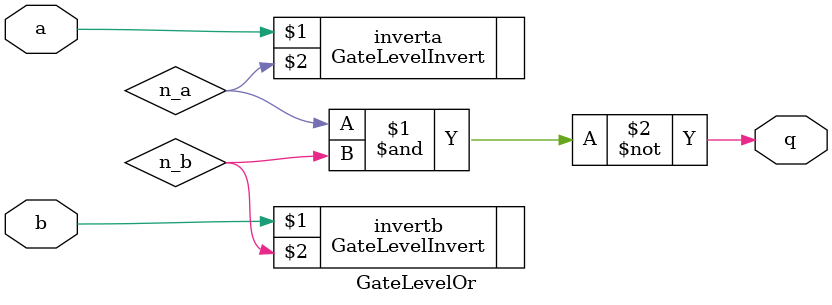
<source format=v>
`include "Invert.v"

module BasicOr(
    input wire a,
    input wire b,
    output wire q
);
    assign q = a | b;
endmodule

module GateLevelOr(
    input wire a,
    input wire b,
    output wire q
);

GateLevelInvert inverta(a,n_a);
GateLevelInvert invertb(b,n_b); 
nand (q,n_a,n_b);
    
endmodule

</source>
